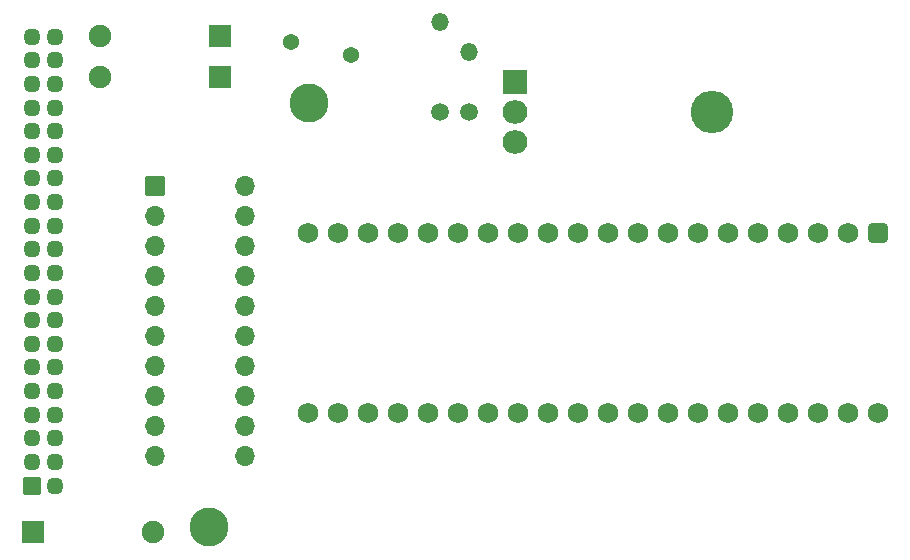
<source format=gbr>
%TF.GenerationSoftware,KiCad,Pcbnew,(6.0.2)*%
%TF.CreationDate,2022-04-05T12:49:12-06:00*%
%TF.ProjectId,PowerBook_F4_THTV1,506f7765-7242-46f6-9f6b-5f46345f5448,rev?*%
%TF.SameCoordinates,Original*%
%TF.FileFunction,Soldermask,Bot*%
%TF.FilePolarity,Negative*%
%FSLAX46Y46*%
G04 Gerber Fmt 4.6, Leading zero omitted, Abs format (unit mm)*
G04 Created by KiCad (PCBNEW (6.0.2)) date 2022-04-05 12:49:12*
%MOMM*%
%LPD*%
G01*
G04 APERTURE LIST*
G04 Aperture macros list*
%AMRoundRect*
0 Rectangle with rounded corners*
0 $1 Rounding radius*
0 $2 $3 $4 $5 $6 $7 $8 $9 X,Y pos of 4 corners*
0 Add a 4 corners polygon primitive as box body*
4,1,4,$2,$3,$4,$5,$6,$7,$8,$9,$2,$3,0*
0 Add four circle primitives for the rounded corners*
1,1,$1+$1,$2,$3*
1,1,$1+$1,$4,$5*
1,1,$1+$1,$6,$7*
1,1,$1+$1,$8,$9*
0 Add four rect primitives between the rounded corners*
20,1,$1+$1,$2,$3,$4,$5,0*
20,1,$1+$1,$4,$5,$6,$7,0*
20,1,$1+$1,$6,$7,$8,$9,0*
20,1,$1+$1,$8,$9,$2,$3,0*%
G04 Aperture macros list end*
%ADD10RoundRect,0.050000X0.675000X0.675000X-0.675000X0.675000X-0.675000X-0.675000X0.675000X-0.675000X0*%
%ADD11O,1.450000X1.450000*%
%ADD12C,3.300000*%
%ADD13RoundRect,0.050000X-0.900000X-0.900000X0.900000X-0.900000X0.900000X0.900000X-0.900000X0.900000X0*%
%ADD14O,1.900000X1.900000*%
%ADD15RoundRect,0.050000X0.900000X0.900000X-0.900000X0.900000X-0.900000X-0.900000X0.900000X-0.900000X0*%
%ADD16C,1.500000*%
%ADD17O,1.500000X1.500000*%
%ADD18O,3.600000X3.600000*%
%ADD19RoundRect,0.050000X-1.000000X0.952500X-1.000000X-0.952500X1.000000X-0.952500X1.000000X0.952500X0*%
%ADD20O,2.100000X2.005000*%
%ADD21RoundRect,0.050000X-0.800000X-0.800000X0.800000X-0.800000X0.800000X0.800000X-0.800000X0.800000X0*%
%ADD22O,1.700000X1.700000*%
%ADD23C,1.370000*%
%ADD24RoundRect,0.462500X-0.412500X0.412500X-0.412500X-0.412500X0.412500X-0.412500X0.412500X0.412500X0*%
%ADD25C,1.750000*%
G04 APERTURE END LIST*
D10*
%TO.C,J2*%
X68234560Y-100763400D03*
D11*
X70234560Y-100763400D03*
X68234560Y-98763400D03*
X70234560Y-98763400D03*
X68234560Y-96763400D03*
X70234560Y-96763400D03*
X68234560Y-94763400D03*
X70234560Y-94763400D03*
X68234560Y-92763400D03*
X70234560Y-92763400D03*
X68234560Y-90763400D03*
X70234560Y-90763400D03*
X68234560Y-88763400D03*
X70234560Y-88763400D03*
X68234560Y-86763400D03*
X70234560Y-86763400D03*
X70234560Y-84763400D03*
X68234560Y-82763400D03*
X70234560Y-82763400D03*
X68234560Y-80763400D03*
X70234560Y-80763400D03*
X68234560Y-78763400D03*
X70234560Y-78763400D03*
X68234560Y-76763400D03*
X70234560Y-76763400D03*
X68234560Y-74763400D03*
X70234560Y-74763400D03*
X68234560Y-72763400D03*
X70234560Y-72763400D03*
X68234560Y-70763400D03*
X70234560Y-70763400D03*
X68234560Y-68763400D03*
X70234560Y-68763400D03*
X68234560Y-66763400D03*
X70234560Y-66763400D03*
X68234560Y-64763400D03*
X70234560Y-64763400D03*
X68234560Y-62763400D03*
X70234560Y-62763400D03*
X68234560Y-84763400D03*
%TD*%
D12*
%TO.C,REF\u002A\u002A*%
X83245960Y-104289860D03*
%TD*%
%TO.C,REF\u002A\u002A*%
X91737180Y-68353940D03*
%TD*%
D13*
%TO.C,D2*%
X68336160Y-104701340D03*
D14*
X78496160Y-104701340D03*
%TD*%
D15*
%TO.C,D3*%
X84218780Y-66144140D03*
D14*
X74058780Y-66144140D03*
%TD*%
D16*
%TO.C,R1*%
X102802594Y-69135792D03*
D17*
X102802594Y-61515792D03*
%TD*%
D16*
%TO.C,R2*%
X105261315Y-69135793D03*
D17*
X105261315Y-64055793D03*
%TD*%
D18*
%TO.C,U1*%
X125794815Y-69148493D03*
D19*
X109134815Y-66608493D03*
D20*
X109134815Y-69148493D03*
X109134815Y-71688493D03*
%TD*%
D21*
%TO.C,U2*%
X78689200Y-75402440D03*
D22*
X78689200Y-77942440D03*
X78689200Y-80482440D03*
X78689200Y-83022440D03*
X78689200Y-85562440D03*
X78689200Y-88102440D03*
X78689200Y-90642440D03*
X78689200Y-93182440D03*
X78689200Y-95722440D03*
X78689200Y-98262440D03*
X86309200Y-98262440D03*
X86309200Y-95722440D03*
X86309200Y-93182440D03*
X86309200Y-90642440D03*
X86309200Y-88102440D03*
X86309200Y-85562440D03*
X86309200Y-83022440D03*
X86309200Y-80482440D03*
X86309200Y-77942440D03*
X86309200Y-75402440D03*
%TD*%
D15*
%TO.C,D1*%
X84188300Y-62717680D03*
D14*
X74028300Y-62717680D03*
%TD*%
D23*
%TO.C,F1*%
X90152221Y-63210440D03*
X95232221Y-64353440D03*
%TD*%
D24*
%TO.C,BPF4*%
X139890500Y-79372460D03*
D25*
X137350500Y-79372460D03*
X134810500Y-79372460D03*
X132270500Y-79372460D03*
X129730500Y-79372460D03*
X127190500Y-79372460D03*
X124650500Y-79372460D03*
X122110500Y-79372460D03*
X119570500Y-79372460D03*
X117030500Y-79372460D03*
X114490500Y-79372460D03*
X111950500Y-79372460D03*
X109410500Y-79372460D03*
X106870500Y-79372460D03*
X104330500Y-79372460D03*
X101790500Y-79372460D03*
X99250500Y-79372460D03*
X96710500Y-79372460D03*
X94170500Y-79372460D03*
X91630500Y-79372460D03*
X91630500Y-94612460D03*
X94170500Y-94612460D03*
X96710500Y-94612460D03*
X99250500Y-94612460D03*
X101790500Y-94612460D03*
X104330500Y-94612460D03*
X106870500Y-94612460D03*
X109410500Y-94612460D03*
X111950500Y-94612460D03*
X114490500Y-94612460D03*
X117030500Y-94612460D03*
X119570500Y-94612460D03*
X122110500Y-94612460D03*
X124650500Y-94612460D03*
X127190500Y-94612460D03*
X129730500Y-94612460D03*
X132270500Y-94612460D03*
X134810500Y-94612460D03*
X137350500Y-94612460D03*
X139890500Y-94612460D03*
%TD*%
M02*

</source>
